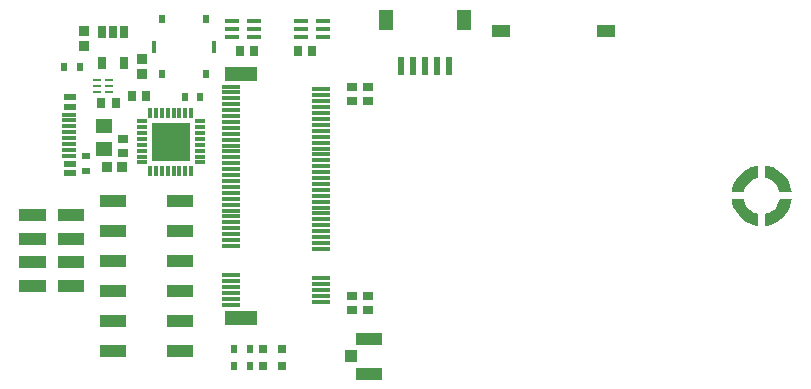
<source format=gtp>
G04*
G04 #@! TF.GenerationSoftware,Altium Limited,Altium Designer,24.9.1 (31)*
G04*
G04 Layer_Color=8421504*
%FSLAX25Y25*%
%MOIN*%
G70*
G04*
G04 #@! TF.SameCoordinates,6CE62DF4-74A3-4477-B2B1-5A016BC00F72*
G04*
G04*
G04 #@! TF.FilePolarity,Positive*
G04*
G01*
G75*
%ADD13R,0.01772X0.03937*%
%ADD14R,0.02362X0.03150*%
%ADD15R,0.06102X0.01181*%
%ADD16R,0.10827X0.04724*%
%ADD17R,0.04724X0.01575*%
%ADD18R,0.02953X0.03543*%
%ADD19R,0.05906X0.04331*%
%ADD20R,0.04724X0.07087*%
%ADD21R,0.02362X0.06102*%
%ADD22R,0.04134X0.03937*%
%ADD23R,0.08661X0.04134*%
%ADD24R,0.03543X0.02953*%
%ADD25R,0.08740X0.04016*%
%ADD26R,0.08819X0.04000*%
G04:AMPARAMS|DCode=27|XSize=43.31mil|YSize=23.62mil|CornerRadius=2.01mil|HoleSize=0mil|Usage=FLASHONLY|Rotation=270.000|XOffset=0mil|YOffset=0mil|HoleType=Round|Shape=RoundedRectangle|*
%AMROUNDEDRECTD27*
21,1,0.04331,0.01961,0,0,270.0*
21,1,0.03929,0.02362,0,0,270.0*
1,1,0.00402,-0.00980,-0.01965*
1,1,0.00402,-0.00980,0.01965*
1,1,0.00402,0.00980,0.01965*
1,1,0.00402,0.00980,-0.01965*
%
%ADD27ROUNDEDRECTD27*%
%ADD28R,0.03543X0.03347*%
%ADD29R,0.03347X0.01181*%
%ADD30R,0.01181X0.03347*%
%ADD31R,0.03347X0.03543*%
%ADD32R,0.05787X0.05059*%
%ADD33R,0.03937X0.02362*%
%ADD34R,0.04528X0.01181*%
%ADD35R,0.03150X0.02362*%
%ADD36R,0.02559X0.01063*%
%ADD37R,0.12598X0.12598*%
%ADD38R,0.03150X0.03150*%
G36*
X262649Y72411D02*
X264268Y71937D01*
X265786Y71201D01*
X267160Y70223D01*
X268353Y69030D01*
X269331Y67656D01*
X270067Y66138D01*
X270540Y64519D01*
X270639Y63681D01*
X266617D01*
X266617Y63682D01*
X266513Y64120D01*
X266211Y64968D01*
X265787Y65762D01*
X265251Y66485D01*
X264615Y67121D01*
X263892Y67657D01*
X263098Y68081D01*
X262250Y68383D01*
X261812Y68487D01*
X261811D01*
X261811Y72509D01*
X262649Y72411D01*
D02*
G37*
G36*
X270639Y63681D02*
Y63681D01*
X270639D01*
X270639Y63681D01*
D02*
G37*
G36*
X259449Y68487D02*
X259448Y68487D01*
X259010Y68383D01*
X258162Y68081D01*
X257368Y67657D01*
X256645Y67121D01*
X256008Y66485D01*
X255472Y65762D01*
X255049Y64968D01*
X254747Y64120D01*
X254643Y63682D01*
X254643D01*
Y63681D01*
X250621Y63681D01*
X250719Y64519D01*
X251193Y66138D01*
X251929Y67656D01*
X252907Y69030D01*
X254100Y70223D01*
X255474Y71201D01*
X256992Y71937D01*
X258611Y72411D01*
X259449Y72509D01*
Y68487D01*
D02*
G37*
G36*
X34874Y54102D02*
X26055D01*
Y58102D01*
X34874D01*
Y54102D01*
D02*
G37*
G36*
X21976D02*
X13158D01*
Y58102D01*
X21976D01*
Y54102D01*
D02*
G37*
G36*
X270540Y60481D02*
X270067Y58862D01*
X269331Y57344D01*
X268353Y55970D01*
X267160Y54777D01*
X265786Y53799D01*
X264268Y53063D01*
X262649Y52589D01*
X261811Y52491D01*
Y56513D01*
X261811D01*
X262250Y56617D01*
X263098Y56919D01*
X263892Y57343D01*
X264615Y57879D01*
X265251Y58515D01*
X265787Y59238D01*
X266211Y60032D01*
X266513Y60880D01*
X266617Y61318D01*
Y61318D01*
Y61319D01*
X270639D01*
X270540Y60481D01*
D02*
G37*
G36*
X261811Y52491D02*
X261811D01*
X261811D01*
D01*
D02*
G37*
G36*
X254643Y61318D02*
X254747Y60880D01*
X255049Y60032D01*
X255472Y59238D01*
X256008Y58515D01*
X256645Y57879D01*
X257368Y57343D01*
X258162Y56919D01*
X259010Y56617D01*
X259448Y56513D01*
X259448Y56513D01*
X259449D01*
Y52491D01*
X258611Y52589D01*
X256992Y53063D01*
X255474Y53799D01*
X254100Y54777D01*
X252907Y55970D01*
X251929Y57344D01*
X251193Y58862D01*
X250719Y60481D01*
X250621Y61319D01*
X254643D01*
Y61318D01*
D02*
G37*
G36*
X34874Y46228D02*
X26055D01*
Y50228D01*
X34874D01*
Y46228D01*
D02*
G37*
G36*
X21976D02*
X13158D01*
Y50228D01*
X21976D01*
Y46228D01*
D02*
G37*
G36*
X34874Y38354D02*
X26055D01*
Y42354D01*
X34874D01*
Y38354D01*
D02*
G37*
G36*
X21976D02*
X13158D01*
Y42354D01*
X21976D01*
Y38354D01*
D02*
G37*
G36*
X34874Y30480D02*
X26055D01*
Y34480D01*
X34874D01*
Y30480D01*
D02*
G37*
G36*
X21976D02*
X13158D01*
Y34480D01*
X21976D01*
Y30480D01*
D02*
G37*
D13*
X78051Y112205D02*
D03*
X58169D02*
D03*
D14*
X60827Y121260D02*
D03*
X75394D02*
D03*
X60827Y103150D02*
D03*
X75394D02*
D03*
X68307Y95276D02*
D03*
X73425D02*
D03*
X28150Y105512D02*
D03*
X33268D02*
D03*
X89961Y11417D02*
D03*
X84842D02*
D03*
X89961Y5906D02*
D03*
X84842D02*
D03*
D15*
X113583Y44783D02*
D03*
X83858Y98917D02*
D03*
X113583Y97933D02*
D03*
X83858Y96949D02*
D03*
X113583Y95965D02*
D03*
X83858Y94980D02*
D03*
X113583Y93996D02*
D03*
X83858Y93012D02*
D03*
X113583Y92028D02*
D03*
X83858Y91043D02*
D03*
X113583Y90059D02*
D03*
X83858Y89075D02*
D03*
X113583Y88090D02*
D03*
X83858Y87106D02*
D03*
X113583Y86122D02*
D03*
X83858Y85138D02*
D03*
X113583Y84153D02*
D03*
X83858Y83169D02*
D03*
X113583Y82185D02*
D03*
X83858Y81201D02*
D03*
X113583Y80216D02*
D03*
X83858Y79232D02*
D03*
X113583Y78248D02*
D03*
X83858Y77264D02*
D03*
X113583Y76279D02*
D03*
X83858Y75295D02*
D03*
X113583Y74311D02*
D03*
X83858Y73327D02*
D03*
X113583Y72342D02*
D03*
X83858Y71358D02*
D03*
X113583Y70374D02*
D03*
X83858Y69390D02*
D03*
X113583Y68405D02*
D03*
X83858Y67421D02*
D03*
X113583Y66437D02*
D03*
X83858Y65453D02*
D03*
X113583Y64468D02*
D03*
X83858Y63484D02*
D03*
X113583Y62500D02*
D03*
X83858Y61516D02*
D03*
X113583Y60532D02*
D03*
X83858Y59547D02*
D03*
X113583Y58563D02*
D03*
X83858Y57579D02*
D03*
X113583Y56595D02*
D03*
X83858Y55610D02*
D03*
X113583Y54626D02*
D03*
X83858Y53642D02*
D03*
X113583Y52658D02*
D03*
X83858Y51673D02*
D03*
X113583Y50689D02*
D03*
X83858Y49705D02*
D03*
X113583Y48720D02*
D03*
X83858Y47736D02*
D03*
X113583Y46752D02*
D03*
X83858Y45768D02*
D03*
X113583Y34941D02*
D03*
Y32972D02*
D03*
Y31004D02*
D03*
Y29035D02*
D03*
Y27067D02*
D03*
X83858Y35925D02*
D03*
Y33957D02*
D03*
Y31988D02*
D03*
Y30020D02*
D03*
Y28051D02*
D03*
Y26083D02*
D03*
D16*
X86909Y103248D02*
D03*
Y21752D02*
D03*
D17*
X106890Y120669D02*
D03*
Y118110D02*
D03*
Y115551D02*
D03*
X114370D02*
D03*
Y118110D02*
D03*
Y120669D02*
D03*
X84055D02*
D03*
Y118110D02*
D03*
Y115551D02*
D03*
X91535D02*
D03*
Y118110D02*
D03*
Y120669D02*
D03*
D18*
X110630Y110630D02*
D03*
X105905D02*
D03*
X86614D02*
D03*
X91339D02*
D03*
X55512Y95669D02*
D03*
X45276Y93307D02*
D03*
X40551D02*
D03*
X50787Y95669D02*
D03*
D19*
X208858Y117323D02*
D03*
X173819D02*
D03*
D20*
X135433Y121161D02*
D03*
X161417D02*
D03*
D21*
X140551Y105905D02*
D03*
X144488D02*
D03*
X148425D02*
D03*
X152362D02*
D03*
X156299D02*
D03*
D22*
X123622Y9055D02*
D03*
D23*
X129626Y3248D02*
D03*
Y14862D02*
D03*
D24*
X124016Y94095D02*
D03*
Y98819D02*
D03*
X129528Y94095D02*
D03*
Y98819D02*
D03*
X47638Y76772D02*
D03*
Y81496D02*
D03*
X129528Y24409D02*
D03*
Y29134D02*
D03*
X124016Y24409D02*
D03*
Y29134D02*
D03*
D25*
X44390Y10827D02*
D03*
X66634D02*
D03*
X44390Y20827D02*
D03*
X66634D02*
D03*
X44390Y30827D02*
D03*
X66634D02*
D03*
X44390Y40827D02*
D03*
X66634D02*
D03*
X44390Y50827D02*
D03*
X66634D02*
D03*
X44390Y60827D02*
D03*
X66634D02*
D03*
D26*
X17567Y32480D02*
D03*
X30465D02*
D03*
X17567Y40354D02*
D03*
X30465D02*
D03*
X17567Y48228D02*
D03*
X30465D02*
D03*
X17567Y56102D02*
D03*
X30465D02*
D03*
D27*
X48043Y106792D02*
D03*
X40563D02*
D03*
Y117028D02*
D03*
X44303D02*
D03*
X48043D02*
D03*
D28*
X53937Y108071D02*
D03*
Y102953D02*
D03*
X34646Y117520D02*
D03*
Y112402D02*
D03*
D29*
X73228Y73622D02*
D03*
X53937Y83465D02*
D03*
X73228Y75590D02*
D03*
Y77559D02*
D03*
Y79528D02*
D03*
Y81496D02*
D03*
Y83465D02*
D03*
Y85433D02*
D03*
Y87402D02*
D03*
X53937D02*
D03*
Y85433D02*
D03*
Y81496D02*
D03*
Y79528D02*
D03*
Y77559D02*
D03*
Y75590D02*
D03*
Y73622D02*
D03*
D30*
X56693Y90158D02*
D03*
X70472D02*
D03*
X68504D02*
D03*
X66535D02*
D03*
X64567D02*
D03*
X62598D02*
D03*
X60630D02*
D03*
X58661D02*
D03*
X56693Y70866D02*
D03*
X58661D02*
D03*
X60630D02*
D03*
X62598D02*
D03*
X64567D02*
D03*
X66535D02*
D03*
X68504D02*
D03*
X70472D02*
D03*
D31*
X47441Y72047D02*
D03*
X42323D02*
D03*
D32*
X41339Y78061D02*
D03*
Y85719D02*
D03*
D33*
X30177Y70079D02*
D03*
Y95276D02*
D03*
Y73228D02*
D03*
Y92126D02*
D03*
D34*
X29882Y75787D02*
D03*
Y77756D02*
D03*
Y79724D02*
D03*
Y81693D02*
D03*
Y83661D02*
D03*
Y85630D02*
D03*
Y87598D02*
D03*
Y89567D02*
D03*
D35*
X35433Y75787D02*
D03*
Y70669D02*
D03*
D36*
X42911Y101181D02*
D03*
Y99213D02*
D03*
Y97244D02*
D03*
X38978D02*
D03*
Y99213D02*
D03*
Y101181D02*
D03*
D37*
X63583Y80512D02*
D03*
D38*
X94488Y5906D02*
D03*
X100787D02*
D03*
X94488Y11417D02*
D03*
X100787D02*
D03*
M02*

</source>
